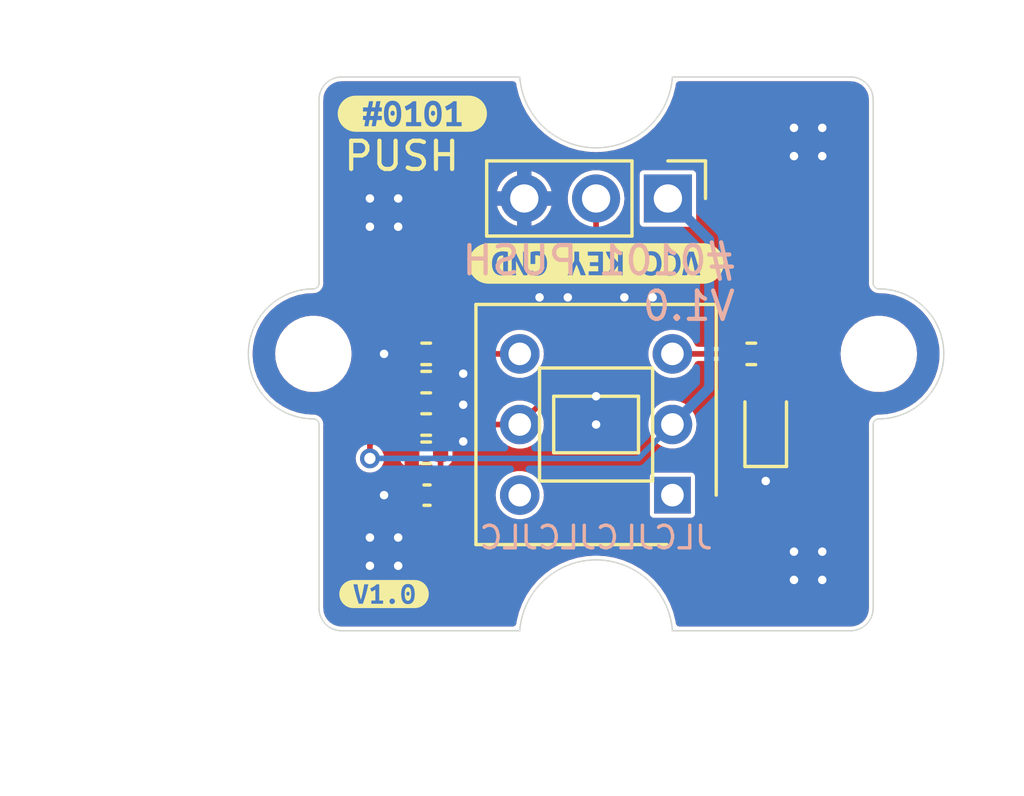
<source format=kicad_pcb>
(kicad_pcb (version 20211014) (generator pcbnew)
  (title_block (title "#0101 PUSH") (date "2022-09-11") (rev "V1.0") (company "TileParts"))
  (layers (0 "F.Cu" signal) (31 "B.Cu" signal) (34 "B.Paste" user) (35 "F.Paste" user) (36 "B.SilkS" user "B.Silkscreen") (37 "F.SilkS" user "F.Silkscreen") (38 "B.Mask" user) (39 "F.Mask" user) (44 "Edge.Cuts" user))
  (net 0 "")
  (net 1 "GND")
  (net 2 "/KEY")
  (net 3 "Net-(D1-Pad2)")
  (net 4 "VCC")
  (net 5 "Net-(R3-Pad2)")
  (net 6 "Net-(R5-Pad2)")
  (footprint "MountingHole:MountingHole_2.2mm_M2" (layer "F.Cu") (at 120 110)
    (fp_text reference "H1" hide)
    (fp_text value "MountingHole")
    (pad "" np_thru_hole circle (at 0 0) (size 2.2 2.2) (drill 2.2) (layers *.Cu *.Mask))
  )
  (footprint "MountingHole:MountingHole_2.2mm_M2" (layer "F.Cu") (at 100 110)
    (fp_text reference "H2" hide)
    (fp_text value "MountingHole")
    (pad "" np_thru_hole circle (at 0 0) (size 2.2 2.2) (drill 2.2) (layers *.Cu *.Mask))
  )
  (footprint "Capacitor_SMD:C_0402_1005Metric" (layer "F.Cu") (at 104.019999 115 180)
    (fp_text reference "C1" hide)
    (fp_text value "0.1uF(NC)")
    (fp_line (start -0.107836 -0.36) (end 0.107836 -0.36) (layer "F.SilkS") (width 0.12))
    (fp_line (start -0.107836 0.36) (end 0.107836 0.36) (layer "F.SilkS") (width 0.12))
    (pad "1" smd roundrect (at -0.48 0 180) (size 0.56 0.62) (layers "F.Cu" "F.Paste" "F.Mask") (net 2 "/KEY"))
    (pad "2" smd roundrect (at 0.48 0 180) (size 0.56 0.62) (layers "F.Cu" "F.Paste" "F.Mask") (net 1 "GND"))
  )
  (footprint "LED_SMD:LED_0603_1608Metric" (layer "F.Cu") (at 116 112.5 90)
    (fp_text reference "D1" hide)
    (fp_text value "LED")
    (fp_line (start -1.485 -0.735) (end -1.485 0.735) (layer "F.SilkS") (width 0.12))
    (fp_line (start -1.485 0.735) (end 0.8 0.735) (layer "F.SilkS") (width 0.12))
    (fp_line (start 0.8 -0.735) (end -1.485 -0.735) (layer "F.SilkS") (width 0.12))
    (pad "1" smd roundrect (at -0.7875 0 90) (size 0.875 0.95) (layers "F.Cu" "F.Paste" "F.Mask") (net 1 "GND"))
    (pad "2" smd roundrect (at 0.7875 0 90) (size 0.875 0.95) (layers "F.Cu" "F.Paste" "F.Mask") (net 3 "Net-(D1-Pad2)"))
  )
  (footprint "Connector_PinHeader_2.54mm:PinHeader_1x03_P2.54mm_Vertical" (layer "F.Cu") (at 112.54 104.5 -90)
    (fp_text reference "J1" hide)
    (fp_text value "Conn_01x03")
    (fp_line (start -1.33 1.27) (end -1.33 6.41) (layer "F.SilkS") (width 0.12))
    (fp_line (start -1.33 6.41) (end 1.33 6.41) (layer "F.SilkS") (width 0.12))
    (fp_line (start -1.33 1.27) (end 1.33 1.27) (layer "F.SilkS") (width 0.12))
    (fp_line (start -1.33 0) (end -1.33 -1.33) (layer "F.SilkS") (width 0.12))
    (fp_line (start 1.33 1.27) (end 1.33 6.41) (layer "F.SilkS") (width 0.12))
    (fp_line (start -1.33 -1.33) (end 0 -1.33) (layer "F.SilkS") (width 0.12))
    (pad "1" thru_hole rect (at 0 0 270) (size 1.7 1.7) (drill 1) (layers *.Cu *.Mask) (net 4 "VCC"))
    (pad "2" thru_hole oval (at 0 2.54 270) (size 1.7 1.7) (drill 1) (layers *.Cu *.Mask) (net 2 "/KEY"))
    (pad "3" thru_hole oval (at 0 5.08 270) (size 1.7 1.7) (drill 1) (layers *.Cu *.Mask) (net 1 "GND"))
  )
  (footprint "Resistor_SMD:R_0402_1005Metric" (layer "F.Cu") (at 103.99 112.5)
    (fp_text reference "R1" hide)
    (fp_text value "10K(NC)")
    (fp_line (start -0.153641 0.38) (end 0.153641 0.38) (layer "F.SilkS") (width 0.12))
    (fp_line (start -0.153641 -0.38) (end 0.153641 -0.38) (layer "F.SilkS") (width 0.12))
    (pad "1" smd roundrect (at -0.51 0) (size 0.54 0.64) (layers "F.Cu" "F.Paste" "F.Mask") (net 4 "VCC"))
    (pad "2" smd roundrect (at 0.51 0) (size 0.54 0.64) (layers "F.Cu" "F.Paste" "F.Mask") (net 2 "/KEY"))
  )
  (footprint "Resistor_SMD:R_0402_1005Metric" (layer "F.Cu") (at 103.99 113.5 180)
    (fp_text reference "R2" hide)
    (fp_text value "10K(NC)")
    (fp_line (start -0.153641 -0.38) (end 0.153641 -0.38) (layer "F.SilkS") (width 0.12))
    (fp_line (start -0.153641 0.38) (end 0.153641 0.38) (layer "F.SilkS") (width 0.12))
    (pad "1" smd roundrect (at -0.51 0 180) (size 0.54 0.64) (layers "F.Cu" "F.Paste" "F.Mask") (net 2 "/KEY"))
    (pad "2" smd roundrect (at 0.51 0 180) (size 0.54 0.64) (layers "F.Cu" "F.Paste" "F.Mask") (net 1 "GND"))
  )
  (footprint "Resistor_SMD:R_0402_1005Metric" (layer "F.Cu") (at 103.99 111)
    (fp_text reference "R3" hide)
    (fp_text value "0R(NC)")
    (fp_line (start -0.153641 -0.38) (end 0.153641 -0.38) (layer "F.SilkS") (width 0.12))
    (fp_line (start -0.153641 0.38) (end 0.153641 0.38) (layer "F.SilkS") (width 0.12))
    (pad "1" smd roundrect (at -0.51 0) (size 0.54 0.64) (layers "F.Cu" "F.Paste" "F.Mask") (net 4 "VCC"))
    (pad "2" smd roundrect (at 0.51 0) (size 0.54 0.64) (layers "F.Cu" "F.Paste" "F.Mask") (net 5 "Net-(R3-Pad2)"))
  )
  (footprint "Resistor_SMD:R_0402_1005Metric" (layer "F.Cu") (at 103.99 110 180)
    (fp_text reference "R4" hide)
    (fp_text value "0R(NC)")
    (fp_line (start -0.153641 0.38) (end 0.153641 0.38) (layer "F.SilkS") (width 0.12))
    (fp_line (start -0.153641 -0.38) (end 0.153641 -0.38) (layer "F.SilkS") (width 0.12))
    (pad "1" smd roundrect (at -0.51 0 180) (size 0.54 0.64) (layers "F.Cu" "F.Paste" "F.Mask") (net 5 "Net-(R3-Pad2)"))
    (pad "2" smd roundrect (at 0.51 0 180) (size 0.54 0.64) (layers "F.Cu" "F.Paste" "F.Mask") (net 1 "GND"))
  )
  (footprint "Resistor_SMD:R_0402_1005Metric" (layer "F.Cu") (at 115.49 110 180)
    (fp_text reference "R5" hide)
    (fp_text value "2K")
    (fp_line (start -0.153641 0.38) (end 0.153641 0.38) (layer "F.SilkS") (width 0.12))
    (fp_line (start -0.153641 -0.38) (end 0.153641 -0.38) (layer "F.SilkS") (width 0.12))
    (pad "1" smd roundrect (at -0.51 0 180) (size 0.54 0.64) (layers "F.Cu" "F.Paste" "F.Mask") (net 3 "Net-(D1-Pad2)"))
    (pad "2" smd roundrect (at 0.51 0 180) (size 0.54 0.64) (layers "F.Cu" "F.Paste" "F.Mask") (net 6 "Net-(R5-Pad2)"))
  )
  (footprint "JLC-SMT:SW_Push_DPDT_8.5x8.5mm" (layer "F.Cu") (at 110 112.5 180)
    (fp_text reference "SW1" hide)
    (fp_text value "PUSH")
    (fp_line (start -2 2) (end 2 2) (layer "F.SilkS") (width 0.12))
    (fp_line (start -1.5 1) (end 1.5 1) (layer "F.SilkS") (width 0.12))
    (fp_line (start -4.25 -2.5) (end -4.25 4.25) (layer "F.SilkS") (width 0.12))
    (fp_line (start -2 -2) (end -2 2) (layer "F.SilkS") (width 0.12))
    (fp_line (start 4.25 4.25) (end 4.25 -4.25) (layer "F.SilkS") (width 0.12))
    (fp_line (start 1.5 -1) (end -1.5 -1) (layer "F.SilkS") (width 0.12))
    (fp_line (start -4.25 4.25) (end 4.25 4.25) (layer "F.SilkS") (width 0.12))
    (fp_line (start 2 2) (end 2 -2) (layer "F.SilkS") (width 0.12))
    (fp_line (start 1.5 1) (end 1.5 -1) (layer "F.SilkS") (width 0.12))
    (fp_line (start 2 -2) (end -2 -2) (layer "F.SilkS") (width 0.12))
    (fp_line (start -1.5 -1) (end -1.5 1) (layer "F.SilkS") (width 0.12))
    (fp_line (start 4.25 -4.25) (end -2.5 -4.25) (layer "F.SilkS") (width 0.12))
    (pad "1" thru_hole rect locked (at -2.7 -2.5 180) (size 1.3 1.3) (drill 0.8) (layers *.Cu *.Mask))
    (pad "2" thru_hole circle locked (at -2.7 0 180) (size 1.4 1.4) (drill 0.8) (layers *.Cu *.Mask) (net 4 "VCC"))
    (pad "3" thru_hole circle locked (at -2.7 2.5 180) (size 1.4 1.4) (drill 0.8) (layers *.Cu *.Mask) (net 6 "Net-(R5-Pad2)"))
    (pad "4" thru_hole circle locked (at 2.7 -2.5 180) (size 1.4 1.4) (drill 0.8) (layers *.Cu *.Mask))
    (pad "5" thru_hole circle locked (at 2.7 0 180) (size 1.4 1.4) (drill 0.8) (layers *.Cu *.Mask) (net 2 "/KEY"))
    (pad "6" thru_hole circle locked (at 2.7 2.5 180) (size 1.4 1.4) (drill 0.8) (layers *.Cu *.Mask) (net 5 "Net-(R3-Pad2)"))
  )
  (footprint "kibuzzard-631DDDB8" (layer "F.Cu") (at 103.5 101.5)
    (fp_text reference "kibuzzard-631DDDB8" hide)
    (fp_text value "G***" hide)
    (fp_poly (pts (xy 0.879396 -0.001429) (xy 0.875189 -0.094377) (xy 0.862568 -0.171291) (xy 0.841534 -0.232172) (xy 0.794921 -0.291644) (xy 0.730806 -0.311467) (xy 0.667583 -0.291644) (xy 0.620792 -0.232172) (xy 0.599361 -0.171291) (xy 0.586502 -0.094377) (xy 0.582216 -0.001429) (xy 0.586502 0.092313) (xy 0.599361 0.169704) (xy 0.620792 0.230743) (xy 0.667583 0.290215) (xy 0.730806 0.310039) (xy 0.732234 0.309597) (xy 0.732234 0.078581) (xy 0.673656 0.050721) (xy 0.652224 -0.015716) (xy 0.673656 -0.082867) (xy 0.732234 -0.111442) (xy 0.78867 -0.082867) (xy 0.810816 -0.015716) (xy 0.78867 0.050721) (xy 0.732234 0.078581) (xy 0.732234 0.309597) (xy 0.794921 0.290215) (xy 0.841534 0.230743) (xy 0.862568 0.169704) (xy 0.875189 0.092313) (xy 0.879396 -0.001429)) (layer "F.SilkS") (width 0) (fill solid))
    (fp_poly (pts (xy -0.549354 -0.001429) (xy -0.553561 -0.094377) (xy -0.566182 -0.171291) (xy -0.587216 -0.232172) (xy -0.633829 -0.291644) (xy -0.697944 -0.311467) (xy -0.761167 -0.291644) (xy -0.807958 -0.232172) (xy -0.829389 -0.171291) (xy -0.842248 -0.094377) (xy -0.846534 -0.001429) (xy -0.842248 0.092313) (xy -0.829389 0.169704) (xy -0.807958 0.230743) (xy -0.761167 0.290215) (xy -0.697944 0.310039) (xy -0.696516 0.309597) (xy -0.696516 0.078581) (xy -0.755094 0.050721) (xy -0.776526 -0.015716) (xy -0.755094 -0.082867) (xy -0.696516 -0.111442) (xy -0.64008 -0.082867) (xy -0.617934 -0.015716) (xy -0.64008 0.050721) (xy -0.696516 0.078581) (xy -0.696516 0.309597) (xy -0.633829 0.290215) (xy -0.587216 0.230743) (xy -0.566182 0.169704) (xy -0.553561 0.092313) (xy -0.549354 -0.001429)) (layer "F.SilkS") (width 0) (fill solid))
    (fp_poly (pts (xy -1.999139 -0.64008) (xy -1.999258 -0.64008) (xy -2.061997 -0.636998) (xy -2.124131 -0.627781) (xy -2.185063 -0.612518) (xy -2.244206 -0.591357) (xy -2.300989 -0.5645) (xy -2.354867 -0.532207) (xy -2.40532 -0.494789) (xy -2.451863 -0.452605) (xy -2.494046 -0.406062) (xy -2.531465 -0.355609) (xy -2.563758 -0.301732) (xy -2.590615 -0.244948) (xy -2.611776 -0.185805) (xy -2.627039 -0.124873) (xy -2.636256 -0.062739) (xy -2.639338 0) (xy -2.636256 0.062739) (xy -2.627039 0.124873) (xy -2.611776 0.185805) (xy -2.590615 0.244948) (xy -2.563758 0.301732) (xy -2.531465 0.355609) (xy -2.494046 0.406062) (xy -2.451863 0.452605) (xy -2.40532 0.494789) (xy -2.354867 0.532207) (xy -2.300989 0.5645) (xy -2.244206 0.591357) (xy -2.185063 0.612518) (xy -2.124131 0.627781) (xy -2.061997 0.636998) (xy -1.999258 0.64008) (xy -1.999139 0.64008) (xy -1.295162 0.64008) (xy -1.295162 0.442913) (xy -1.440894 0.442913) (xy -1.399461 0.224314) (xy -1.513761 0.224314) (xy -1.553766 0.442913) (xy -1.699498 0.442913) (xy -1.658064 0.224314) (xy -1.743789 0.224314) (xy -1.743789 0.078581) (xy -1.630918 0.078581) (xy -1.600914 -0.078581) (xy -1.743789 -0.078581) (xy -1.743789 -0.224314) (xy -1.572339 -0.224314) (xy -1.530906 -0.441484) (xy -1.385173 -0.441484) (xy -1.428036 -0.224314) (xy -1.313736 -0.224314) (xy -1.272302 -0.441484) (xy -1.126569 -0.441484) (xy -1.168003 -0.224314) (xy -1.079421 -0.224314) (xy -1.079421 -0.078581) (xy -1.196578 -0.078581) (xy -1.226582 0.078581) (xy -1.079421 0.078581) (xy -1.079421 0.224314) (xy -1.253728 0.224314) (xy -1.295162 0.442913) (xy -1.295162 0.64008) (xy -0.697944 0.64008) (xy -0.697944 0.461486) (xy -0.790019 0.448786) (xy -0.866219 0.410686) (xy -0.926544 0.347186) (xy -0.960924 0.282535) (xy -0.98548 0.202883) (xy -1.000214 0.108228) (xy -1.005126 -0.001429) (xy -1.000125 -0.109835) (xy -0.985123 -0.203597) (xy -0.96012 -0.282714) (xy -0.925116 -0.347186) (xy -0.864314 -0.410686) (xy -0.788591 -0.448786) (xy -0.697944 -0.461486) (xy -0.605869 -0.448866) (xy -0.529669 -0.411004) (xy -0.469344 -0.347901) (xy -0.434965 -0.283652) (xy -0.410408 -0.20449) (xy -0.395674 -0.110416) (xy -0.390763 -0.001429) (xy -0.395674 0.108228) (xy -0.410408 0.202883) (xy -0.434965 0.282535) (xy -0.469344 0.347186) (xy -0.529669 0.410686) (xy -0.605869 0.448786) (xy -0.697944 0.461486) (xy -0.697944 0.64008) (xy 0.315039 0.64008) (xy 0.315039 0.442913) (xy -0.222171 0.442913) (xy -0.222171 0.29718) (xy -0.036433 0.29718) (xy -0.036433 -0.197167) (xy -0.127873 -0.146447) (xy -0.215027 -0.111442) (xy -0.272177 -0.257175) (xy -0.197882 -0.290036) (xy -0.117872 -0.334328) (xy -0.042148 -0.385762) (xy 0.019288 -0.441484) (xy 0.139303 -0.441484) (xy 0.139303 0.29718) (xy 0.315039 0.29718) (xy 0.315039 0.442913) (xy 0.315039 0.64008) (xy 0.730806 0.64008) (xy 0.730806 0.461486) (xy 0.638731 0.448786) (xy 0.562531 0.410686) (xy 0.502206 0.347186) (xy 0.467826 0.282535) (xy 0.44327 0.202883) (xy 0.428536 0.108228) (xy 0.423624 -0.001429) (xy 0.428625 -0.109835) (xy 0.443627 -0.203597) (xy 0.46863 -0.282714) (xy 0.503634 -0.347186) (xy 0.564436 -0.410686) (xy 0.640159 -0.448786) (xy 0.730806 -0.461486) (xy 0.822881 -0.448866) (xy 0.899081 -0.411004) (xy 0.959406 -0.347901) (xy 0.993785 -0.283652) (xy 1.018342 -0.20449) (xy 1.033076 -0.110416) (xy 1.037987 -0.001429) (xy 1.033076 0.108228) (xy 1.018342 0.202883) (xy 0.993785 0.282535) (xy 0.959406 0.347186) (xy 0.899081 0.410686) (xy 0.822881 0.448786) (xy 0.730806 0.461486) (xy 0.730806 0.64008) (xy 1.743789 0.64008) (xy 1.743789 0.442913) (xy 1.206579 0.442913) (xy 1.206579 0.29718) (xy 1.392317 0.29718) (xy 1.392317 -0.197167) (xy 1.300877 -0.146447) (xy 1.213723 -0.111442) (xy 1.156573 -0.257175) (xy 1.230868 -0.290036) (xy 1.310878 -0.334328) (xy 1.386602 -0.385762) (xy 1.448038 -0.441484) (xy 1.568053 -0.441484) (xy 1.568053 0.29718) (xy 1.743789 0.29718) (xy 1.743789 0.442913) (xy 1.743789 0.64008) (xy 1.999139 0.64008) (xy 1.999258 0.64008) (xy 2.061997 0.636998) (xy 2.124131 0.627781) (xy 2.185063 0.612518) (xy 2.244206 0.591357) (xy 2.300989 0.5645) (xy 2.354867 0.532207) (xy 2.40532 0.494789) (xy 2.451863 0.452605) (xy 2.494046 0.406062) (xy 2.531465 0.355609) (xy 2.563758 0.301732) (xy 2.590615 0.244948) (xy 2.611776 0.185805) (xy 2.627039 0.124873) (xy 2.636256 0.062739) (xy 2.639338 0) (xy 2.636256 -0.062739) (xy 2.627039 -0.124873) (xy 2.611776 -0.185805) (xy 2.590615 -0.244948) (xy 2.563758 -0.301732) (xy 2.531465 -0.355609) (xy 2.494046 -0.406062) (xy 2.451863 -0.452605) (xy 2.40532 -0.494789) (xy 2.354867 -0.532207) (xy 2.300989 -0.5645) (xy 2.244206 -0.591357) (xy 2.185063 -0.612518) (xy 2.124131 -0.627781) (xy 2.061997 -0.636998) (xy 1.999258 -0.64008) (xy 1.999139 -0.64008) (xy -1.999139 -0.64008)) (layer "F.SilkS") (width 0) (fill solid))
    (fp_poly (pts (xy -1.485186 0.078581) (xy -1.370886 0.078581) (xy -1.342311 -0.078581) (xy -1.455182 -0.078581) (xy -1.485186 0.078581)) (layer "F.SilkS") (width 0) (fill solid))
  )
  (footprint "kibuzzard-631DDE16" (layer "F.Cu") (at 102.5 118.5)
    (fp_text reference "kibuzzard-631DDE16" hide)
    (fp_text value "G***" hide)
    (fp_poly (pts (xy 0.961231 -0.001111) (xy 0.957959 -0.073404) (xy 0.948143 -0.133227) (xy 0.931783 -0.180578) (xy 0.895529 -0.226834) (xy 0.845661 -0.242252) (xy 0.796488 -0.226834) (xy 0.760095 -0.180578) (xy 0.743426 -0.133227) (xy 0.733425 -0.073404) (xy 0.730091 -0.001111) (xy 0.733425 0.071799) (xy 0.743426 0.131992) (xy 0.760095 0.179467) (xy 0.796488 0.225723) (xy 0.845661 0.241141) (xy 0.846773 0.240798) (xy 0.846773 0.061119) (xy 0.801211 0.039449) (xy 0.784543 -0.012224) (xy 0.801211 -0.064452) (xy 0.846773 -0.086677) (xy 0.890667 -0.064452) (xy 0.907891 -0.012224) (xy 0.890667 0.039449) (xy 0.846773 0.061119) (xy 0.846773 0.240798) (xy 0.895529 0.225723) (xy 0.931783 0.179467) (xy 0.948143 0.131992) (xy 0.957959 0.071799) (xy 0.961231 -0.001111)) (layer "F.SilkS") (width 0) (fill solid))
    (fp_poly (pts (xy -1.08458 -0.49784) (xy -1.084673 -0.49784) (xy -1.133469 -0.495443) (xy -1.181796 -0.488274) (xy -1.229188 -0.476403) (xy -1.275188 -0.459944) (xy -1.319353 -0.439056) (xy -1.361258 -0.413939) (xy -1.400499 -0.384836) (xy -1.436699 -0.352026) (xy -1.469508 -0.315826) (xy -1.498611 -0.276585) (xy -1.523728 -0.23468) (xy -1.544617 -0.190515) (xy -1.561076 -0.144515) (xy -1.572947 -0.097124) (xy -1.580115 -0.048797) (xy -1.582513 0) (xy -1.580115 0.048797) (xy -1.572947 0.097124) (xy -1.561076 0.144515) (xy -1.544617 0.190515) (xy -1.523728 0.23468) (xy -1.498611 0.276585) (xy -1.469508 0.315826) (xy -1.436699 0.352026) (xy -1.400499 0.384836) (xy -1.361258 0.413939) (xy -1.319353 0.439056) (xy -1.275188 0.459944) (xy -1.229188 0.476403) (xy -1.181796 0.488274) (xy -1.133469 0.495443) (xy -1.084673 0.49784) (xy -1.08458 0.49784) (xy -0.892334 0.49784) (xy -0.892334 0.344488) (xy -0.919837 0.262811) (xy -0.949007 0.171133) (xy -0.96864 0.106742) (xy -0.987531 0.042474) (xy -1.005681 -0.021669) (xy -1.022844 -0.084578) (xy -1.038772 -0.145142) (xy -1.053465 -0.203359) (xy -1.071801 -0.281146) (xy -1.08458 -0.343376) (xy -0.940117 -0.343376) (xy -0.931783 -0.28573) (xy -0.920115 -0.219472) (xy -0.906085 -0.147796) (xy -0.890667 -0.073898) (xy -0.873998 0.000556) (xy -0.856218 0.073898) (xy -0.838021 0.142935) (xy -0.820102 0.20447) (xy -0.802322 0.143768) (xy -0.784542 0.075009) (xy -0.767318 0.001667) (xy -0.751205 -0.072787) (xy -0.736203 -0.146824) (xy -0.722312 -0.218916) (xy -0.710089 -0.285591) (xy -0.700087 -0.343376) (xy -0.556736 -0.343376) (xy -0.571599 -0.272812) (xy -0.589518 -0.194469) (xy -0.610354 -0.110153) (xy -0.633968 -0.021669) (xy -0.651192 0.039079) (xy -0.669528 0.100568) (xy -0.688975 0.162798) (xy -0.709224 0.224719) (xy -0.729968 0.285283) (xy -0.751205 0.344488) (xy -0.892334 0.344488) (xy -0.892334 0.49784) (xy -0.033337 0.49784) (xy -0.033337 0.344488) (xy -0.451167 0.344488) (xy -0.451167 0.23114) (xy -0.306705 0.23114) (xy -0.306705 -0.153352) (xy -0.377825 -0.113903) (xy -0.445611 -0.086677) (xy -0.490061 -0.200025) (xy -0.432276 -0.225584) (xy -0.370046 -0.260033) (xy -0.31115 -0.300037) (xy -0.263366 -0.343376) (xy -0.170021 -0.343376) (xy -0.170021 0.23114) (xy -0.033337 0.23114) (xy -0.033337 0.344488) (xy -0.033337 0.49784) (xy 0.291148 0.49784) (xy 0.291148 0.356711) (xy 0.253365 0.350044) (xy 0.221694 0.330597) (xy 0.199469 0.299482) (xy 0.191135 0.256699) (xy 0.199469 0.215027) (xy 0.221694 0.184468) (xy 0.253365 0.165576) (xy 0.291148 0.158909) (xy 0.360045 0.184468) (xy 0.390049 0.256699) (xy 0.360045 0.331153) (xy 0.291148 0.356711) (xy 0.291148 0.49784) (xy 0.845661 0.49784) (xy 0.845661 0.358934) (xy 0.774047 0.349056) (xy 0.714781 0.319423) (xy 0.667861 0.270034) (xy 0.641122 0.21975) (xy 0.622022 0.157798) (xy 0.610562 0.084177) (xy 0.606743 -0.001111) (xy 0.610632 -0.085427) (xy 0.6223 -0.158353) (xy 0.641747 -0.219889) (xy 0.668973 -0.270034) (xy 0.716262 -0.319423) (xy 0.775159 -0.349056) (xy 0.845661 -0.358934) (xy 0.917275 -0.349118) (xy 0.976542 -0.31967) (xy 1.023461 -0.270589) (xy 1.050201 -0.220618) (xy 1.0693 -0.159048) (xy 1.08076 -0.085879) (xy 1.08458 -0.001111) (xy 1.08076 0.084177) (xy 1.0693 0.157798) (xy 1.050201 0.21975) (xy 1.023461 0.270034) (xy 0.976542 0.319423) (xy 0.917275 0.349056) (xy 0.845661 0.358934) (xy 0.845661 0.49784) (xy 1.08458 0.49784) (xy 1.084673 0.49784) (xy 1.133469 0.495443) (xy 1.181796 0.488274) (xy 1.229188 0.476403) (xy 1.275188 0.459944) (xy 1.319353 0.439056) (xy 1.361258 0.413939) (xy 1.400499 0.384836) (xy 1.436699 0.352026) (xy 1.469508 0.315826) (xy 1.498611 0.276585) (xy 1.523728 0.23468) (xy 1.544617 0.190515) (xy 1.561076 0.144515) (xy 1.572947 0.097124) (xy 1.580115 0.048797) (xy 1.582513 0) (xy 1.580115 -0.048797) (xy 1.572947 -0.097124) (xy 1.561076 -0.144515) (xy 1.544617 -0.190515) (xy 1.523728 -0.23468) (xy 1.498611 -0.276585) (xy 1.469508 -0.315826) (xy 1.436699 -0.352026) (xy 1.400499 -0.384836) (xy 1.361258 -0.413939) (xy 1.319353 -0.439056) (xy 1.275188 -0.459944) (xy 1.229188 -0.476403) (xy 1.181796 -0.488274) (xy 1.133469 -0.495443) (xy 1.084673 -0.49784) (xy 1.08458 -0.49784) (xy -1.08458 -0.49784)) (layer "F.SilkS") (width 0) (fill solid))
  )
  (footprint "kibuzzard-631DB129" (layer "F.Cu") (at 110 106.8 180)
    (fp_text reference "kibuzzard-631DB129" hide)
    (fp_text value "G***" hide)
    (fp_poly (pts (xy 3.284379 0.283369) (xy 3.299222 0.284718) (xy 3.314065 0.284718) (xy 3.409196 0.263128) (xy 3.471267 0.203756) (xy 3.505002 0.114022) (xy 3.512592 0.059541) (xy 3.515122 0) (xy 3.507026 -0.105251) (xy 3.478689 -0.195659) (xy 3.423364 -0.258405) (xy 3.332956 -0.282019) (xy 3.308668 -0.281345) (xy 3.284379 -0.277971) (xy 3.284379 0.283369)) (layer "F.SilkS") (width 0) (fill solid))
    (fp_poly (pts (xy -3.683794 -0.716968) (xy -3.796242 -0.716968) (xy -3.866517 -0.713516) (xy -3.936115 -0.703192) (xy -4.004366 -0.686096) (xy -4.070613 -0.662392) (xy -4.134218 -0.632309) (xy -4.194568 -0.596137) (xy -4.251081 -0.554224) (xy -4.303215 -0.506973) (xy -4.350465 -0.45484) (xy -4.392379 -0.398326) (xy -4.428551 -0.337976) (xy -4.458634 -0.274372) (xy -4.482337 -0.208125) (xy -4.499433 -0.139874) (xy -4.509757 -0.070275) (xy -4.51321 0) (xy -4.509757 0.070275) (xy -4.499433 0.139874) (xy -4.482337 0.208125) (xy -4.458634 0.274372) (xy -4.428551 0.337976) (xy -4.392379 0.398326) (xy -4.350465 0.45484) (xy -4.303215 0.506973) (xy -4.251081 0.554224) (xy -4.194568 0.596137) (xy -4.134218 0.632309) (xy -4.070613 0.662392) (xy -4.004366 0.686096) (xy -3.936115 0.703192) (xy -3.866517 0.713516) (xy -3.796242 0.716968) (xy -3.683794 0.716968) (xy -3.450352 0.716968) (xy -3.450352 0.418306) (xy -3.483749 0.319127) (xy -3.51917 0.207804) (xy -3.543009 0.129615) (xy -3.565948 0.051576) (xy -3.587988 -0.026313) (xy -3.608828 -0.102702) (xy -3.628169 -0.176243) (xy -3.646011 -0.246936) (xy -3.668276 -0.341392) (xy -3.683794 -0.416957) (xy -3.508375 -0.416957) (xy -3.498255 -0.346958) (xy -3.484086 -0.266502) (xy -3.46705 -0.179467) (xy -3.448328 -0.089733) (xy -3.428087 0.000675) (xy -3.406497 0.089733) (xy -3.384401 0.173563) (xy -3.362642 0.248285) (xy -3.341052 0.174575) (xy -3.319462 0.091083) (xy -3.298547 0.002024) (xy -3.278981 -0.088384) (xy -3.260765 -0.178286) (xy -3.243897 -0.265827) (xy -3.229054 -0.346789) (xy -3.21691 -0.416957) (xy -3.042841 -0.416957) (xy -3.060888 -0.331272) (xy -3.082647 -0.236141) (xy -3.107948 -0.133757) (xy -3.136622 -0.026313) (xy -3.157537 0.047453) (xy -3.179802 0.122118) (xy -3.203416 0.197683) (xy -3.228005 0.272874) (xy -3.253193 0.346415) (xy -3.278981 0.418306) (xy -3.450352 0.418306) (xy -3.450352 0.716968) (xy -2.627233 0.716968) (xy -2.627233 0.435848) (xy -2.735783 0.423254) (xy -2.825741 0.385471) (xy -2.897108 0.322501) (xy -2.937842 0.259839) (xy -2.966938 0.185202) (xy -2.984396 0.098589) (xy -2.990215 0) (xy -2.983131 -0.098167) (xy -2.961878 -0.184864) (xy -2.927975 -0.259586) (xy -2.88294 -0.321826) (xy -2.827615 -0.371078) (xy -2.762845 -0.406837) (xy -2.690148 -0.428595) (xy -2.611041 -0.435848) (xy -2.530753 -0.428427) (xy -2.468007 -0.411559) (xy -2.422803 -0.391319) (xy -2.395141 -0.375126) (xy -2.438321 -0.242888) (xy -2.513211 -0.277297) (xy -2.613739 -0.291465) (xy -2.689979 -0.277297) (xy -2.756098 -0.230068) (xy -2.803327 -0.141684) (xy -2.816989 -0.079613) (xy -2.821543 -0.004048) (xy -2.816071 0.083886) (xy -2.799653 0.156977) (xy -2.772291 0.215225) (xy -2.707352 0.272405) (xy -2.611041 0.291465) (xy -2.503765 0.276622) (xy -2.435622 0.246936) (xy -2.393791 0.377825) (xy -2.488922 0.417632) (xy -2.553523 0.431294) (xy -2.627233 0.435848) (xy -2.627233 0.716968) (xy -1.952546 0.716968) (xy -1.952546 0.435848) (xy -2.061095 0.423254) (xy -2.151054 0.385471) (xy -2.222421 0.322501) (xy -2.263155 0.259839) (xy -2.292251 0.185202) (xy -2.309708 0.098589) (xy -2.315527 0) (xy -2.308443 -0.098167) (xy -2.287191 -0.184864) (xy -2.253288 -0.259586) (xy -2.208252 -0.321826) (xy -2.152928 -0.371078) (xy -2.088158 -0.406837) (xy -2.01546 -0.428595) (xy -1.936353 -0.435848) (xy -1.856065 -0.428427) (xy -1.793319 -0.411559) (xy -1.748115 -0.391319) (xy -1.720453 -0.375126) (xy -1.763633 -0.242888) (xy -1.838523 -0.277297) (xy -1.939052 -0.291465) (xy -2.015292 -0.277297) (xy -2.081411 -0.230068) (xy -2.128639 -0.141684) (xy -2.142301 -0.079613) (xy -2.146856 -0.004048) (xy -2.141383 0.083886) (xy -2.124966 0.156977) (xy -2.097603 0.215225) (xy -2.032665 0.272405) (xy -1.936353 0.291465) (xy -1.829078 0.276622) (xy -1.760934 0.246936) (xy -1.719104 0.377825) (xy -1.814235 0.417632) (xy -1.878836 0.431294) (xy -1.952546 0.435848) (xy -1.952546 0.716968) (xy -0.530304 0.716968) (xy -0.530304 0.418306) (xy -0.57281 0.316428) (xy -0.60199 0.262453) (xy -0.634206 0.209828) (xy -0.668784 0.159564) (xy -0.705048 0.112673) (xy -0.775891 0.036433) (xy -0.775891 0.418306) (xy -0.941864 0.418306) (xy -0.941864 -0.416957) (xy -0.775891 -0.416957) (xy -0.775891 -0.070168) (xy -0.713819 -0.153829) (xy -0.652423 -0.245586) (xy -0.599122 -0.335994) (xy -0.558641 -0.416957) (xy -0.371078 -0.416957) (xy -0.416282 -0.33397) (xy -0.44445 -0.286405) (xy -0.476329 -0.236815) (xy -0.511244 -0.185708) (xy -0.548521 -0.133588) (xy -0.587821 -0.081975) (xy -0.628809 -0.032385) (xy -0.586641 0.011132) (xy -0.543798 0.060722) (xy -0.501799 0.115203) (xy -0.462161 0.173395) (xy -0.425559 0.234117) (xy -0.392668 0.296188) (xy -0.364669 0.35809) (xy -0.342741 0.418306) (xy -0.530304 0.418306) (xy -0.530304 0.716968) (xy -0.242887 0.716968) (xy -0.242887 0.418306) (xy -0.242887 -0.416957) (xy 0.263128 -0.416957) (xy 0.263128 -0.279321) (xy -0.076914 -0.279321) (xy -0.076914 -0.091758) (xy 0.218599 -0.091758) (xy 0.218599 0.045879) (xy -0.076914 0.045879) (xy -0.076914 0.28067) (xy 0.292814 0.28067) (xy 0.292814 0.418306) (xy -0.242887 0.418306) (xy -0.242887 0.716968) (xy 0.769144 0.716968) (xy 0.769144 0.418306) (xy 0.601821 0.418306) (xy 0.601821 0.101203) (xy 0.554368 0.014618) (xy 0.510963 -0.070617) (xy 0.471607 -0.154503) (xy 0.434799 -0.239139) (xy 0.39904 -0.326624) (xy 0.364331 -0.416957) (xy 0.542449 -0.416957) (xy 0.575171 -0.318959) (xy 0.611267 -0.219273) (xy 0.649724 -0.122962) (xy 0.689531 -0.035084) (xy 0.72394 -0.113348) (xy 0.763072 -0.213201) (xy 0.7823 -0.266164) (xy 0.800854 -0.319802) (xy 0.833914 -0.416957) (xy 1.005284 -0.416957) (xy 0.979646 -0.349151) (xy 0.954008 -0.283369) (xy 0.927695 -0.218936) (xy 0.900033 -0.155178) (xy 0.870684 -0.091926) (xy 0.839311 -0.029012) (xy 0.805577 0.034578) (xy 0.769144 0.099854) (xy 0.769144 0.418306) (xy 0.769144 0.716968) (xy 2.073989 0.716968) (xy 2.073989 0.435848) (xy 1.999605 0.428933) (xy 1.93298 0.408186) (xy 1.874788 0.373777) (xy 1.825704 0.325874) (xy 1.786235 0.264478) (xy 1.756886 0.189587) (xy 1.73867 0.101372) (xy 1.732598 0) (xy 1.739682 -0.10036) (xy 1.760934 -0.188238) (xy 1.794331 -0.263297) (xy 1.837849 -0.325199) (xy 1.890812 -0.373608) (xy 1.952546 -0.408186) (xy 2.021026 -0.428933) (xy 2.09423 -0.435848) (xy 2.181265 -0.428427) (xy 2.248059 -0.411559) (xy 2.294612 -0.391319) (xy 2.322274 -0.375126) (xy 2.279094 -0.242888) (xy 2.206228 -0.276622) (xy 2.117169 -0.291465) (xy 2.017316 -0.269875) (xy 1.950522 -0.209828) (xy 1.912739 -0.11807) (xy 1.904137 -0.061903) (xy 1.901269 0) (xy 1.906517 0.091083) (xy 1.92226 0.164624) (xy 1.948498 0.220623) (xy 2.006858 0.273754) (xy 2.087483 0.291465) (xy 2.119868 0.290116) (xy 2.152253 0.286067) (xy 2.152253 -0.018891) (xy 2.318226 -0.018891) (xy 2.318226 0.398066) (xy 2.225794 0.422354) (xy 2.15647 0.432475) (xy 2.073989 0.435848) (xy 2.073989 0.716968) (xy 2.84988 0.716968) (xy 2.84988 0.418306) (xy 2.810973 0.325724) (xy 2.769817 0.233292) (xy 2.726412 0.14101) (xy 2.680758 0.048727) (xy 2.632856 -0.043705) (xy 2.582704 -0.136287) (xy 2.582704 0.418306) (xy 2.432923 0.418306) (xy 2.432923 -0.416957) (xy 2.566511 -0.416957) (xy 2.604294 -0.355054) (xy 2.642076 -0.288092) (xy 2.679353 -0.218767) (xy 2.715617 -0.149781) (xy 2.750026 -0.081975) (xy 2.781737 -0.016193) (xy 2.809905 0.044529) (xy 2.833688 0.097155) (xy 2.833688 -0.416957) (xy 2.983468 -0.416957) (xy 2.983468 0.418306) (xy 2.84988 0.418306) (xy 2.84988 0.716968) (xy 3.296523 0.716968) (xy 3.296523 0.429101) (xy 3.209488 0.424378) (xy 3.118406 0.408861) (xy 3.118406 -0.406162) (xy 3.225006 -0.422354) (xy 3.318113 -0.426403) (xy 3.396883 -0.42033) (xy 3.468568 -0.402114) (xy 3.531483 -0.370909) (xy 3.58394 -0.325874) (xy 3.625939 -0.266839) (xy 3.657481 -0.193635) (xy 3.677216 -0.105083) (xy 3.683794 0) (xy 3.676541 0.107444) (xy 3.654782 0.197683) (xy 3.620204 0.27173) (xy 3.574494 0.330597) (xy 3.518327 0.374958) (xy 3.452376 0.405487) (xy 3.377992 0.423198) (xy 3.296523 0.429101) (xy 3.296523 0.716968) (xy 3.683794 0.716968) (xy 3.796242 0.716968) (xy 3.866517 0.713516) (xy 3.936115 0.703192) (xy 4.004366 0.686095) (xy 4.070613 0.662392) (xy 4.134218 0.632309) (xy 4.194568 0.596137) (xy 4.251081 0.554224) (xy 4.303215 0.506973) (xy 4.350465 0.45484) (xy 4.392379 0.398326) (xy 4.428551 0.337976) (xy 4.458634 0.274372) (xy 4.482337 0.208125) (xy 4.499433 0.139873) (xy 4.509757 0.070275) (xy 4.51321 0) (xy 4.509757 -0.070275) (xy 4.499433 -0.139873) (xy 4.482337 -0.208125) (xy 4.458634 -0.274372) (xy 4.428551 -0.337976) (xy 4.392379 -0.398326) (xy 4.350465 -0.45484) (xy 4.303215 -0.506973) (xy 4.251081 -0.554224) (xy 4.194568 -0.596137) (xy 4.134218 -0.632309) (xy 4.070613 -0.662392) (xy 4.004366 -0.686095) (xy 3.936115 -0.703192) (xy 3.866517 -0.713516) (xy 3.796242 -0.716968) (xy 3.683794 -0.716968) (xy -3.683794 -0.716968)) (layer "F.SilkS") (width 0) (fill solid))
  )
  (gr_line (start 107.3 100.2) (end 101 100.2) (layer "Edge.Cuts") (width 0.05))
  (gr_line (start 100.2 112.5) (end 100.2 119) (layer "Edge.Cuts") (width 0.05))
  (gr_arc (start 119.8 119) (mid 119.565685 119.565685) (end 119 119.8) (layer "Edge.Cuts") (width 0.05))
  (gr_arc (start 100.2 107.5) (mid 100.141421 107.641421) (end 100 107.7) (layer "Edge.Cuts") (width 0.05))
  (gr_line (start 100.2 101) (end 100.2 107.5) (layer "Edge.Cuts") (width 0.05))
  (gr_line (start 112.7 100.2) (end 119 100.2) (layer "Edge.Cuts") (width 0.05))
  (gr_arc (start 120 107.699999) (mid 122.300001 110) (end 120 112.300001) (layer "Edge.Cuts") (width 0.05))
  (gr_arc (start 101 119.8) (mid 100.434315 119.565685) (end 100.2 119) (layer "Edge.Cuts") (width 0.05))
  (gr_line (start 119 119.8) (end 112.7 119.8) (layer "Edge.Cuts") (width 0.05))
  (gr_arc (start 100 112.3) (mid 97.7 110) (end 100 107.7) (layer "Edge.Cuts") (width 0.05))
  (gr_line (start 119.8 101) (end 119.800001 107.5) (layer "Edge.Cuts") (width 0.05))
  (gr_arc (start 112.7 100.2) (mid 110 102.707397) (end 107.3 100.2) (layer "Edge.Cuts") (width 0.05))
  (gr_arc (start 119 100.2) (mid 119.565685 100.434315) (end 119.8 101) (layer "Edge.Cuts") (width 0.05))
  (gr_arc (start 107.3 119.8) (mid 110 117.292603) (end 112.7 119.8) (layer "Edge.Cuts") (width 0.05))
  (gr_arc (start 100 112.3) (mid 100.141421 112.358579) (end 100.2 112.5) (layer "Edge.Cuts") (width 0.05))
  (gr_line (start 119.8 119) (end 119.800001 112.5) (layer "Edge.Cuts") (width 0.05))
  (gr_line (start 101 119.8) (end 107.3 119.8) (layer "Edge.Cuts") (width 0.05))
  (gr_arc (start 119.800001 112.5) (mid 119.858579 112.358579) (end 120 112.300001) (layer "Edge.Cuts") (width 0.05))
  (gr_arc (start 100.2 101) (mid 100.434315 100.434315) (end 101 100.2) (layer "Edge.Cuts") (width 0.05))
  (gr_arc (start 120 107.699999) (mid 119.858579 107.641421) (end 119.800001 107.5) (layer "Edge.Cuts") (width 0.05))
  (gr_text "#0101 PUSH\nV1.0" (at 115 107.5) (layer "B.SilkS") (effects (font (size 1 1)) (justify left mirror)))
  (gr_text "JLCJLCJLCJLC" (at 110 116.5) (layer "B.SilkS") (effects (font (size 0.8 0.8) (thickness 0.12)) (justify mirror)))
  (gr_text "PUSH" (at 101 103) (layer "F.SilkS") (effects (font (size 1 1)) (justify left)))
  (via (at 118 103) (size 0.5) (drill 0.3) (layers "F.Cu" "B.Cu") (net 1))
  (via (at 102 116.5) (size 0.5) (drill 0.3) (layers "F.Cu" "B.Cu") (net 1))
  (via (at 103 117.5) (size 0.5) (drill 0.3) (layers "F.Cu" "B.Cu") (net 1))
  (via (at 105.3 110.7) (size 0.5) (drill 0.3) (layers "F.Cu" "B.Cu") (net 1))
  (via (at 116 114.5) (size 0.5) (drill 0.3) (layers "F.Cu" "B.Cu") (net 1))
  (via (at 102.5 110) (size 0.5) (drill 0.3) (layers "F.Cu" "B.Cu") (net 1))
  (via (at 102 105.5) (size 0.5) (drill 0.3) (layers "F.Cu" "B.Cu") (net 1))
  (via (at 102 117.5) (size 0.5) (drill 0.3) (layers "F.Cu" "B.Cu") (net 1))
  (via (at 117 118) (size 0.5) (drill 0.3) (layers "F.Cu" "B.Cu") (net 1))
  (via (at 103 104.5) (size 0.5) (drill 0.3) (layers "F.Cu" "B.Cu") (net 1))
  (via (at 112 108) (size 0.5) (drill 0.3) (layers "F.Cu" "B.Cu") (net 1))
  (via (at 110 111.5) (size 0.5) (drill 0.3) (layers "F.Cu" "B.Cu") (net 1))
  (via (at 118 117) (size 0.5) (drill 0.3) (layers "F.Cu" "B.Cu") (net 1))
  (via (at 118 102) (size 0.5) (drill 0.3) (layers "F.Cu" "B.Cu") (net 1))
  (via (at 111 108) (size 0.5) (drill 0.3) (layers "F.Cu" "B.Cu") (net 1))
  (via (at 103 105.5) (size 0.5) (drill 0.3) (layers "F.Cu" "B.Cu") (net 1))
  (via (at 110 112.5) (size 0.5) (drill 0.3) (layers "F.Cu" "B.Cu") (net 1))
  (via (at 117 102) (size 0.5) (drill 0.3) (layers "F.Cu" "B.Cu") (net 1))
  (via (at 108 108) (size 0.5) (drill 0.3) (layers "F.Cu" "B.Cu") (net 1))
  (via (at 109 108) (size 0.5) (drill 0.3) (layers "F.Cu" "B.Cu") (net 1))
  (via (at 117 117) (size 0.5) (drill 0.3) (layers "F.Cu" "B.Cu") (net 1))
  (via (at 105.3 113.1) (size 0.5) (drill 0.3) (layers "F.Cu" "B.Cu") (net 1))
  (via (at 118 118) (size 0.5) (drill 0.3) (layers "F.Cu" "B.Cu") (net 1))
  (via (at 105.3 111.8) (size 0.5) (drill 0.3) (layers "F.Cu" "B.Cu") (net 1))
  (via (at 117 103) (size 0.5) (drill 0.3) (layers "F.Cu" "B.Cu") (net 1))
  (via (at 102 104.5) (size 0.5) (drill 0.3) (layers "F.Cu" "B.Cu") (net 1))
  (via (at 102.5 115) (size 0.5) (drill 0.3) (layers "F.Cu" "B.Cu") (net 1))
  (via (at 103 116.5) (size 0.5) (drill 0.3) (layers "F.Cu" "B.Cu") (net 1))
  (segment (start 107.3 112.5) (end 104.5 112.5) (width 0.2) (layer "F.Cu") (net 2))
  (segment (start 110 109.8) (end 107.3 112.5) (width 0.2) (layer "F.Cu") (net 2))
  (segment (start 110 104.5) (end 110 109.8) (width 0.2) (layer "F.Cu") (net 2))
  (segment (start 104.5 112.5) (end 104.5 115) (width 0.2) (layer "F.Cu") (net 2))
  (segment (start 116 111.7125) (end 116 110) (width 0.2) (layer "F.Cu") (net 3))
  (segment (start 102 113.2) (end 102.7 112.5) (width 0.2) (layer "F.Cu") (net 4))
  (segment (start 102 113.7) (end 102 113.2) (width 0.2) (layer "F.Cu") (net 4))
  (segment (start 102.7 112.5) (end 103.48 112.5) (width 0.2) (layer "F.Cu") (net 4))
  (segment (start 103.48 112.5) (end 103.48 111) (width 0.2) (layer "F.Cu") (net 4))
  (via (at 102 113.7) (size 0.7) (drill 0.4) (layers "F.Cu" "B.Cu") (net 4))
  (segment (start 112.7 112.5) (end 114 111.2) (width 0.35) (layer "B.Cu") (net 4))
  (segment (start 111.5 113.7) (end 102 113.7) (width 0.2) (layer "B.Cu") (net 4))
  (segment (start 112.7 112.5) (end 111.5 113.7) (width 0.2) (layer "B.Cu") (net 4))
  (segment (start 114 105.96) (end 112.54 104.5) (width 0.35) (layer "B.Cu") (net 4))
  (segment (start 114 111.2) (end 114 105.96) (width 0.35) (layer "B.Cu") (net 4))
  (segment (start 107.3 110) (end 104.5 110) (width 0.2) (layer "F.Cu") (net 5))
  (segment (start 104.5 110) (end 104.5 111) (width 0.2) (layer "F.Cu") (net 5))
  (segment (start 114.98 110) (end 112.7 110) (width 0.2) (layer "F.Cu") (net 6))
  (zone (net 1) (net_name "GND") (layer "F.Cu") (connect_pads (clearance 0.15)) (min_thickness 0.254) (fill yes (thermal_gap 0.15) (thermal_bridge_width 0.508) (smoothing fillet) (radius 1))
    (polygon (pts (xy 122.5 122.5) (xy 97.5 122.5) (xy 97.5 97.5) (xy 122.5 97.5)))
  )
  (zone (net 1) (net_name "GND") (layer "B.Cu") (connect_pads (clearance 0.15)) (min_thickness 0.254) (fill yes (thermal_gap 0.15) (thermal_bridge_width 0.508) (smoothing fillet) (radius 1))
    (polygon (pts (xy 122.5 122.5) (xy 97.5 122.5) (xy 97.5 97.5) (xy 122.5 97.5)))
  )
)
</source>
